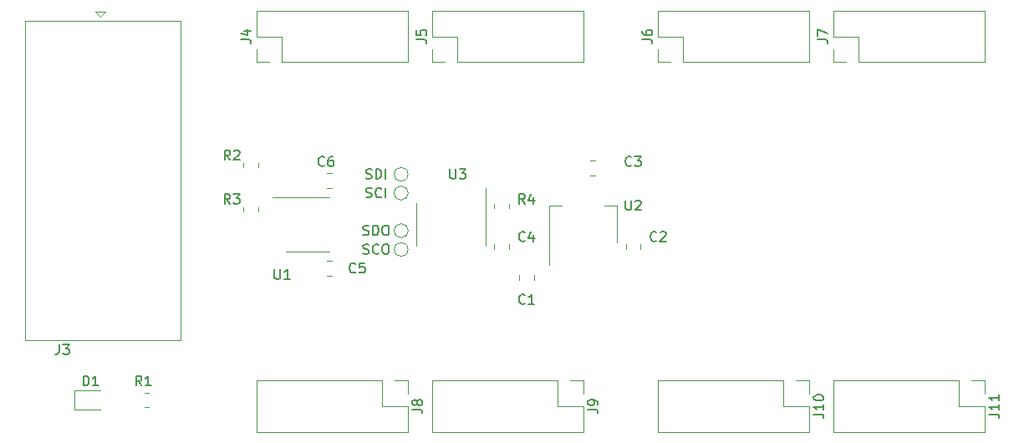
<source format=gbr>
%TF.GenerationSoftware,KiCad,Pcbnew,7.0.5*%
%TF.CreationDate,2024-01-16T20:54:18+01:00*%
%TF.ProjectId,test,74657374-2e6b-4696-9361-645f70636258,rev?*%
%TF.SameCoordinates,Original*%
%TF.FileFunction,Legend,Top*%
%TF.FilePolarity,Positive*%
%FSLAX46Y46*%
G04 Gerber Fmt 4.6, Leading zero omitted, Abs format (unit mm)*
G04 Created by KiCad (PCBNEW 7.0.5) date 2024-01-16 20:54:18*
%MOMM*%
%LPD*%
G01*
G04 APERTURE LIST*
%ADD10C,0.150000*%
%ADD11C,0.120000*%
G04 APERTURE END LIST*
D10*
%TO.C,C1*%
X143978333Y-99419580D02*
X143930714Y-99467200D01*
X143930714Y-99467200D02*
X143787857Y-99514819D01*
X143787857Y-99514819D02*
X143692619Y-99514819D01*
X143692619Y-99514819D02*
X143549762Y-99467200D01*
X143549762Y-99467200D02*
X143454524Y-99371961D01*
X143454524Y-99371961D02*
X143406905Y-99276723D01*
X143406905Y-99276723D02*
X143359286Y-99086247D01*
X143359286Y-99086247D02*
X143359286Y-98943390D01*
X143359286Y-98943390D02*
X143406905Y-98752914D01*
X143406905Y-98752914D02*
X143454524Y-98657676D01*
X143454524Y-98657676D02*
X143549762Y-98562438D01*
X143549762Y-98562438D02*
X143692619Y-98514819D01*
X143692619Y-98514819D02*
X143787857Y-98514819D01*
X143787857Y-98514819D02*
X143930714Y-98562438D01*
X143930714Y-98562438D02*
X143978333Y-98610057D01*
X144930714Y-99514819D02*
X144359286Y-99514819D01*
X144645000Y-99514819D02*
X144645000Y-98514819D01*
X144645000Y-98514819D02*
X144549762Y-98657676D01*
X144549762Y-98657676D02*
X144454524Y-98752914D01*
X144454524Y-98752914D02*
X144359286Y-98800533D01*
%TO.C,C6*%
X123658333Y-85449580D02*
X123610714Y-85497200D01*
X123610714Y-85497200D02*
X123467857Y-85544819D01*
X123467857Y-85544819D02*
X123372619Y-85544819D01*
X123372619Y-85544819D02*
X123229762Y-85497200D01*
X123229762Y-85497200D02*
X123134524Y-85401961D01*
X123134524Y-85401961D02*
X123086905Y-85306723D01*
X123086905Y-85306723D02*
X123039286Y-85116247D01*
X123039286Y-85116247D02*
X123039286Y-84973390D01*
X123039286Y-84973390D02*
X123086905Y-84782914D01*
X123086905Y-84782914D02*
X123134524Y-84687676D01*
X123134524Y-84687676D02*
X123229762Y-84592438D01*
X123229762Y-84592438D02*
X123372619Y-84544819D01*
X123372619Y-84544819D02*
X123467857Y-84544819D01*
X123467857Y-84544819D02*
X123610714Y-84592438D01*
X123610714Y-84592438D02*
X123658333Y-84640057D01*
X124515476Y-84544819D02*
X124325000Y-84544819D01*
X124325000Y-84544819D02*
X124229762Y-84592438D01*
X124229762Y-84592438D02*
X124182143Y-84640057D01*
X124182143Y-84640057D02*
X124086905Y-84782914D01*
X124086905Y-84782914D02*
X124039286Y-84973390D01*
X124039286Y-84973390D02*
X124039286Y-85354342D01*
X124039286Y-85354342D02*
X124086905Y-85449580D01*
X124086905Y-85449580D02*
X124134524Y-85497200D01*
X124134524Y-85497200D02*
X124229762Y-85544819D01*
X124229762Y-85544819D02*
X124420238Y-85544819D01*
X124420238Y-85544819D02*
X124515476Y-85497200D01*
X124515476Y-85497200D02*
X124563095Y-85449580D01*
X124563095Y-85449580D02*
X124610714Y-85354342D01*
X124610714Y-85354342D02*
X124610714Y-85116247D01*
X124610714Y-85116247D02*
X124563095Y-85021009D01*
X124563095Y-85021009D02*
X124515476Y-84973390D01*
X124515476Y-84973390D02*
X124420238Y-84925771D01*
X124420238Y-84925771D02*
X124229762Y-84925771D01*
X124229762Y-84925771D02*
X124134524Y-84973390D01*
X124134524Y-84973390D02*
X124086905Y-85021009D01*
X124086905Y-85021009D02*
X124039286Y-85116247D01*
%TO.C,J11*%
X191014819Y-110659523D02*
X191729104Y-110659523D01*
X191729104Y-110659523D02*
X191871961Y-110707142D01*
X191871961Y-110707142D02*
X191967200Y-110802380D01*
X191967200Y-110802380D02*
X192014819Y-110945237D01*
X192014819Y-110945237D02*
X192014819Y-111040475D01*
X192014819Y-109659523D02*
X192014819Y-110230951D01*
X192014819Y-109945237D02*
X191014819Y-109945237D01*
X191014819Y-109945237D02*
X191157676Y-110040475D01*
X191157676Y-110040475D02*
X191252914Y-110135713D01*
X191252914Y-110135713D02*
X191300533Y-110230951D01*
X192014819Y-108707142D02*
X192014819Y-109278570D01*
X192014819Y-108992856D02*
X191014819Y-108992856D01*
X191014819Y-108992856D02*
X191157676Y-109088094D01*
X191157676Y-109088094D02*
X191252914Y-109183332D01*
X191252914Y-109183332D02*
X191300533Y-109278570D01*
%TO.C,SCI*%
X127881191Y-88672200D02*
X128024048Y-88719819D01*
X128024048Y-88719819D02*
X128262143Y-88719819D01*
X128262143Y-88719819D02*
X128357381Y-88672200D01*
X128357381Y-88672200D02*
X128405000Y-88624580D01*
X128405000Y-88624580D02*
X128452619Y-88529342D01*
X128452619Y-88529342D02*
X128452619Y-88434104D01*
X128452619Y-88434104D02*
X128405000Y-88338866D01*
X128405000Y-88338866D02*
X128357381Y-88291247D01*
X128357381Y-88291247D02*
X128262143Y-88243628D01*
X128262143Y-88243628D02*
X128071667Y-88196009D01*
X128071667Y-88196009D02*
X127976429Y-88148390D01*
X127976429Y-88148390D02*
X127928810Y-88100771D01*
X127928810Y-88100771D02*
X127881191Y-88005533D01*
X127881191Y-88005533D02*
X127881191Y-87910295D01*
X127881191Y-87910295D02*
X127928810Y-87815057D01*
X127928810Y-87815057D02*
X127976429Y-87767438D01*
X127976429Y-87767438D02*
X128071667Y-87719819D01*
X128071667Y-87719819D02*
X128309762Y-87719819D01*
X128309762Y-87719819D02*
X128452619Y-87767438D01*
X129452619Y-88624580D02*
X129405000Y-88672200D01*
X129405000Y-88672200D02*
X129262143Y-88719819D01*
X129262143Y-88719819D02*
X129166905Y-88719819D01*
X129166905Y-88719819D02*
X129024048Y-88672200D01*
X129024048Y-88672200D02*
X128928810Y-88576961D01*
X128928810Y-88576961D02*
X128881191Y-88481723D01*
X128881191Y-88481723D02*
X128833572Y-88291247D01*
X128833572Y-88291247D02*
X128833572Y-88148390D01*
X128833572Y-88148390D02*
X128881191Y-87957914D01*
X128881191Y-87957914D02*
X128928810Y-87862676D01*
X128928810Y-87862676D02*
X129024048Y-87767438D01*
X129024048Y-87767438D02*
X129166905Y-87719819D01*
X129166905Y-87719819D02*
X129262143Y-87719819D01*
X129262143Y-87719819D02*
X129405000Y-87767438D01*
X129405000Y-87767438D02*
X129452619Y-87815057D01*
X129881191Y-88719819D02*
X129881191Y-87719819D01*
%TO.C,D1*%
X99259405Y-107769819D02*
X99259405Y-106769819D01*
X99259405Y-106769819D02*
X99497500Y-106769819D01*
X99497500Y-106769819D02*
X99640357Y-106817438D01*
X99640357Y-106817438D02*
X99735595Y-106912676D01*
X99735595Y-106912676D02*
X99783214Y-107007914D01*
X99783214Y-107007914D02*
X99830833Y-107198390D01*
X99830833Y-107198390D02*
X99830833Y-107341247D01*
X99830833Y-107341247D02*
X99783214Y-107531723D01*
X99783214Y-107531723D02*
X99735595Y-107626961D01*
X99735595Y-107626961D02*
X99640357Y-107722200D01*
X99640357Y-107722200D02*
X99497500Y-107769819D01*
X99497500Y-107769819D02*
X99259405Y-107769819D01*
X100783214Y-107769819D02*
X100211786Y-107769819D01*
X100497500Y-107769819D02*
X100497500Y-106769819D01*
X100497500Y-106769819D02*
X100402262Y-106912676D01*
X100402262Y-106912676D02*
X100307024Y-107007914D01*
X100307024Y-107007914D02*
X100211786Y-107055533D01*
%TO.C,J5*%
X133014819Y-72728333D02*
X133729104Y-72728333D01*
X133729104Y-72728333D02*
X133871961Y-72775952D01*
X133871961Y-72775952D02*
X133967200Y-72871190D01*
X133967200Y-72871190D02*
X134014819Y-73014047D01*
X134014819Y-73014047D02*
X134014819Y-73109285D01*
X133014819Y-71775952D02*
X133014819Y-72252142D01*
X133014819Y-72252142D02*
X133491009Y-72299761D01*
X133491009Y-72299761D02*
X133443390Y-72252142D01*
X133443390Y-72252142D02*
X133395771Y-72156904D01*
X133395771Y-72156904D02*
X133395771Y-71918809D01*
X133395771Y-71918809D02*
X133443390Y-71823571D01*
X133443390Y-71823571D02*
X133491009Y-71775952D01*
X133491009Y-71775952D02*
X133586247Y-71728333D01*
X133586247Y-71728333D02*
X133824342Y-71728333D01*
X133824342Y-71728333D02*
X133919580Y-71775952D01*
X133919580Y-71775952D02*
X133967200Y-71823571D01*
X133967200Y-71823571D02*
X134014819Y-71918809D01*
X134014819Y-71918809D02*
X134014819Y-72156904D01*
X134014819Y-72156904D02*
X133967200Y-72252142D01*
X133967200Y-72252142D02*
X133919580Y-72299761D01*
%TO.C,J7*%
X173654819Y-72728333D02*
X174369104Y-72728333D01*
X174369104Y-72728333D02*
X174511961Y-72775952D01*
X174511961Y-72775952D02*
X174607200Y-72871190D01*
X174607200Y-72871190D02*
X174654819Y-73014047D01*
X174654819Y-73014047D02*
X174654819Y-73109285D01*
X173654819Y-72347380D02*
X173654819Y-71680714D01*
X173654819Y-71680714D02*
X174654819Y-72109285D01*
%TO.C,J3*%
X96821666Y-103594819D02*
X96821666Y-104309104D01*
X96821666Y-104309104D02*
X96774047Y-104451961D01*
X96774047Y-104451961D02*
X96678809Y-104547200D01*
X96678809Y-104547200D02*
X96535952Y-104594819D01*
X96535952Y-104594819D02*
X96440714Y-104594819D01*
X97202619Y-103594819D02*
X97821666Y-103594819D01*
X97821666Y-103594819D02*
X97488333Y-103975771D01*
X97488333Y-103975771D02*
X97631190Y-103975771D01*
X97631190Y-103975771D02*
X97726428Y-104023390D01*
X97726428Y-104023390D02*
X97774047Y-104071009D01*
X97774047Y-104071009D02*
X97821666Y-104166247D01*
X97821666Y-104166247D02*
X97821666Y-104404342D01*
X97821666Y-104404342D02*
X97774047Y-104499580D01*
X97774047Y-104499580D02*
X97726428Y-104547200D01*
X97726428Y-104547200D02*
X97631190Y-104594819D01*
X97631190Y-104594819D02*
X97345476Y-104594819D01*
X97345476Y-104594819D02*
X97250238Y-104547200D01*
X97250238Y-104547200D02*
X97202619Y-104499580D01*
%TO.C,R2*%
X114133333Y-84909819D02*
X113800000Y-84433628D01*
X113561905Y-84909819D02*
X113561905Y-83909819D01*
X113561905Y-83909819D02*
X113942857Y-83909819D01*
X113942857Y-83909819D02*
X114038095Y-83957438D01*
X114038095Y-83957438D02*
X114085714Y-84005057D01*
X114085714Y-84005057D02*
X114133333Y-84100295D01*
X114133333Y-84100295D02*
X114133333Y-84243152D01*
X114133333Y-84243152D02*
X114085714Y-84338390D01*
X114085714Y-84338390D02*
X114038095Y-84386009D01*
X114038095Y-84386009D02*
X113942857Y-84433628D01*
X113942857Y-84433628D02*
X113561905Y-84433628D01*
X114514286Y-84005057D02*
X114561905Y-83957438D01*
X114561905Y-83957438D02*
X114657143Y-83909819D01*
X114657143Y-83909819D02*
X114895238Y-83909819D01*
X114895238Y-83909819D02*
X114990476Y-83957438D01*
X114990476Y-83957438D02*
X115038095Y-84005057D01*
X115038095Y-84005057D02*
X115085714Y-84100295D01*
X115085714Y-84100295D02*
X115085714Y-84195533D01*
X115085714Y-84195533D02*
X115038095Y-84338390D01*
X115038095Y-84338390D02*
X114466667Y-84909819D01*
X114466667Y-84909819D02*
X115085714Y-84909819D01*
%TO.C,J6*%
X155874819Y-72728333D02*
X156589104Y-72728333D01*
X156589104Y-72728333D02*
X156731961Y-72775952D01*
X156731961Y-72775952D02*
X156827200Y-72871190D01*
X156827200Y-72871190D02*
X156874819Y-73014047D01*
X156874819Y-73014047D02*
X156874819Y-73109285D01*
X155874819Y-71823571D02*
X155874819Y-72014047D01*
X155874819Y-72014047D02*
X155922438Y-72109285D01*
X155922438Y-72109285D02*
X155970057Y-72156904D01*
X155970057Y-72156904D02*
X156112914Y-72252142D01*
X156112914Y-72252142D02*
X156303390Y-72299761D01*
X156303390Y-72299761D02*
X156684342Y-72299761D01*
X156684342Y-72299761D02*
X156779580Y-72252142D01*
X156779580Y-72252142D02*
X156827200Y-72204523D01*
X156827200Y-72204523D02*
X156874819Y-72109285D01*
X156874819Y-72109285D02*
X156874819Y-71918809D01*
X156874819Y-71918809D02*
X156827200Y-71823571D01*
X156827200Y-71823571D02*
X156779580Y-71775952D01*
X156779580Y-71775952D02*
X156684342Y-71728333D01*
X156684342Y-71728333D02*
X156446247Y-71728333D01*
X156446247Y-71728333D02*
X156351009Y-71775952D01*
X156351009Y-71775952D02*
X156303390Y-71823571D01*
X156303390Y-71823571D02*
X156255771Y-71918809D01*
X156255771Y-71918809D02*
X156255771Y-72109285D01*
X156255771Y-72109285D02*
X156303390Y-72204523D01*
X156303390Y-72204523D02*
X156351009Y-72252142D01*
X156351009Y-72252142D02*
X156446247Y-72299761D01*
%TO.C,J4*%
X115234819Y-72728333D02*
X115949104Y-72728333D01*
X115949104Y-72728333D02*
X116091961Y-72775952D01*
X116091961Y-72775952D02*
X116187200Y-72871190D01*
X116187200Y-72871190D02*
X116234819Y-73014047D01*
X116234819Y-73014047D02*
X116234819Y-73109285D01*
X115568152Y-71823571D02*
X116234819Y-71823571D01*
X115187200Y-72061666D02*
X115901485Y-72299761D01*
X115901485Y-72299761D02*
X115901485Y-71680714D01*
%TO.C,C2*%
X157313333Y-93069580D02*
X157265714Y-93117200D01*
X157265714Y-93117200D02*
X157122857Y-93164819D01*
X157122857Y-93164819D02*
X157027619Y-93164819D01*
X157027619Y-93164819D02*
X156884762Y-93117200D01*
X156884762Y-93117200D02*
X156789524Y-93021961D01*
X156789524Y-93021961D02*
X156741905Y-92926723D01*
X156741905Y-92926723D02*
X156694286Y-92736247D01*
X156694286Y-92736247D02*
X156694286Y-92593390D01*
X156694286Y-92593390D02*
X156741905Y-92402914D01*
X156741905Y-92402914D02*
X156789524Y-92307676D01*
X156789524Y-92307676D02*
X156884762Y-92212438D01*
X156884762Y-92212438D02*
X157027619Y-92164819D01*
X157027619Y-92164819D02*
X157122857Y-92164819D01*
X157122857Y-92164819D02*
X157265714Y-92212438D01*
X157265714Y-92212438D02*
X157313333Y-92260057D01*
X157694286Y-92260057D02*
X157741905Y-92212438D01*
X157741905Y-92212438D02*
X157837143Y-92164819D01*
X157837143Y-92164819D02*
X158075238Y-92164819D01*
X158075238Y-92164819D02*
X158170476Y-92212438D01*
X158170476Y-92212438D02*
X158218095Y-92260057D01*
X158218095Y-92260057D02*
X158265714Y-92355295D01*
X158265714Y-92355295D02*
X158265714Y-92450533D01*
X158265714Y-92450533D02*
X158218095Y-92593390D01*
X158218095Y-92593390D02*
X157646667Y-93164819D01*
X157646667Y-93164819D02*
X158265714Y-93164819D01*
%TO.C,R3*%
X114133333Y-89354819D02*
X113800000Y-88878628D01*
X113561905Y-89354819D02*
X113561905Y-88354819D01*
X113561905Y-88354819D02*
X113942857Y-88354819D01*
X113942857Y-88354819D02*
X114038095Y-88402438D01*
X114038095Y-88402438D02*
X114085714Y-88450057D01*
X114085714Y-88450057D02*
X114133333Y-88545295D01*
X114133333Y-88545295D02*
X114133333Y-88688152D01*
X114133333Y-88688152D02*
X114085714Y-88783390D01*
X114085714Y-88783390D02*
X114038095Y-88831009D01*
X114038095Y-88831009D02*
X113942857Y-88878628D01*
X113942857Y-88878628D02*
X113561905Y-88878628D01*
X114466667Y-88354819D02*
X115085714Y-88354819D01*
X115085714Y-88354819D02*
X114752381Y-88735771D01*
X114752381Y-88735771D02*
X114895238Y-88735771D01*
X114895238Y-88735771D02*
X114990476Y-88783390D01*
X114990476Y-88783390D02*
X115038095Y-88831009D01*
X115038095Y-88831009D02*
X115085714Y-88926247D01*
X115085714Y-88926247D02*
X115085714Y-89164342D01*
X115085714Y-89164342D02*
X115038095Y-89259580D01*
X115038095Y-89259580D02*
X114990476Y-89307200D01*
X114990476Y-89307200D02*
X114895238Y-89354819D01*
X114895238Y-89354819D02*
X114609524Y-89354819D01*
X114609524Y-89354819D02*
X114514286Y-89307200D01*
X114514286Y-89307200D02*
X114466667Y-89259580D01*
%TO.C,J8*%
X132594819Y-110183333D02*
X133309104Y-110183333D01*
X133309104Y-110183333D02*
X133451961Y-110230952D01*
X133451961Y-110230952D02*
X133547200Y-110326190D01*
X133547200Y-110326190D02*
X133594819Y-110469047D01*
X133594819Y-110469047D02*
X133594819Y-110564285D01*
X133023390Y-109564285D02*
X132975771Y-109659523D01*
X132975771Y-109659523D02*
X132928152Y-109707142D01*
X132928152Y-109707142D02*
X132832914Y-109754761D01*
X132832914Y-109754761D02*
X132785295Y-109754761D01*
X132785295Y-109754761D02*
X132690057Y-109707142D01*
X132690057Y-109707142D02*
X132642438Y-109659523D01*
X132642438Y-109659523D02*
X132594819Y-109564285D01*
X132594819Y-109564285D02*
X132594819Y-109373809D01*
X132594819Y-109373809D02*
X132642438Y-109278571D01*
X132642438Y-109278571D02*
X132690057Y-109230952D01*
X132690057Y-109230952D02*
X132785295Y-109183333D01*
X132785295Y-109183333D02*
X132832914Y-109183333D01*
X132832914Y-109183333D02*
X132928152Y-109230952D01*
X132928152Y-109230952D02*
X132975771Y-109278571D01*
X132975771Y-109278571D02*
X133023390Y-109373809D01*
X133023390Y-109373809D02*
X133023390Y-109564285D01*
X133023390Y-109564285D02*
X133071009Y-109659523D01*
X133071009Y-109659523D02*
X133118628Y-109707142D01*
X133118628Y-109707142D02*
X133213866Y-109754761D01*
X133213866Y-109754761D02*
X133404342Y-109754761D01*
X133404342Y-109754761D02*
X133499580Y-109707142D01*
X133499580Y-109707142D02*
X133547200Y-109659523D01*
X133547200Y-109659523D02*
X133594819Y-109564285D01*
X133594819Y-109564285D02*
X133594819Y-109373809D01*
X133594819Y-109373809D02*
X133547200Y-109278571D01*
X133547200Y-109278571D02*
X133499580Y-109230952D01*
X133499580Y-109230952D02*
X133404342Y-109183333D01*
X133404342Y-109183333D02*
X133213866Y-109183333D01*
X133213866Y-109183333D02*
X133118628Y-109230952D01*
X133118628Y-109230952D02*
X133071009Y-109278571D01*
X133071009Y-109278571D02*
X133023390Y-109373809D01*
%TO.C,J10*%
X173234819Y-110659523D02*
X173949104Y-110659523D01*
X173949104Y-110659523D02*
X174091961Y-110707142D01*
X174091961Y-110707142D02*
X174187200Y-110802380D01*
X174187200Y-110802380D02*
X174234819Y-110945237D01*
X174234819Y-110945237D02*
X174234819Y-111040475D01*
X174234819Y-109659523D02*
X174234819Y-110230951D01*
X174234819Y-109945237D02*
X173234819Y-109945237D01*
X173234819Y-109945237D02*
X173377676Y-110040475D01*
X173377676Y-110040475D02*
X173472914Y-110135713D01*
X173472914Y-110135713D02*
X173520533Y-110230951D01*
X173234819Y-109040475D02*
X173234819Y-108945237D01*
X173234819Y-108945237D02*
X173282438Y-108849999D01*
X173282438Y-108849999D02*
X173330057Y-108802380D01*
X173330057Y-108802380D02*
X173425295Y-108754761D01*
X173425295Y-108754761D02*
X173615771Y-108707142D01*
X173615771Y-108707142D02*
X173853866Y-108707142D01*
X173853866Y-108707142D02*
X174044342Y-108754761D01*
X174044342Y-108754761D02*
X174139580Y-108802380D01*
X174139580Y-108802380D02*
X174187200Y-108849999D01*
X174187200Y-108849999D02*
X174234819Y-108945237D01*
X174234819Y-108945237D02*
X174234819Y-109040475D01*
X174234819Y-109040475D02*
X174187200Y-109135713D01*
X174187200Y-109135713D02*
X174139580Y-109183332D01*
X174139580Y-109183332D02*
X174044342Y-109230951D01*
X174044342Y-109230951D02*
X173853866Y-109278570D01*
X173853866Y-109278570D02*
X173615771Y-109278570D01*
X173615771Y-109278570D02*
X173425295Y-109230951D01*
X173425295Y-109230951D02*
X173330057Y-109183332D01*
X173330057Y-109183332D02*
X173282438Y-109135713D01*
X173282438Y-109135713D02*
X173234819Y-109040475D01*
%TO.C,C3*%
X154773333Y-85449580D02*
X154725714Y-85497200D01*
X154725714Y-85497200D02*
X154582857Y-85544819D01*
X154582857Y-85544819D02*
X154487619Y-85544819D01*
X154487619Y-85544819D02*
X154344762Y-85497200D01*
X154344762Y-85497200D02*
X154249524Y-85401961D01*
X154249524Y-85401961D02*
X154201905Y-85306723D01*
X154201905Y-85306723D02*
X154154286Y-85116247D01*
X154154286Y-85116247D02*
X154154286Y-84973390D01*
X154154286Y-84973390D02*
X154201905Y-84782914D01*
X154201905Y-84782914D02*
X154249524Y-84687676D01*
X154249524Y-84687676D02*
X154344762Y-84592438D01*
X154344762Y-84592438D02*
X154487619Y-84544819D01*
X154487619Y-84544819D02*
X154582857Y-84544819D01*
X154582857Y-84544819D02*
X154725714Y-84592438D01*
X154725714Y-84592438D02*
X154773333Y-84640057D01*
X155106667Y-84544819D02*
X155725714Y-84544819D01*
X155725714Y-84544819D02*
X155392381Y-84925771D01*
X155392381Y-84925771D02*
X155535238Y-84925771D01*
X155535238Y-84925771D02*
X155630476Y-84973390D01*
X155630476Y-84973390D02*
X155678095Y-85021009D01*
X155678095Y-85021009D02*
X155725714Y-85116247D01*
X155725714Y-85116247D02*
X155725714Y-85354342D01*
X155725714Y-85354342D02*
X155678095Y-85449580D01*
X155678095Y-85449580D02*
X155630476Y-85497200D01*
X155630476Y-85497200D02*
X155535238Y-85544819D01*
X155535238Y-85544819D02*
X155249524Y-85544819D01*
X155249524Y-85544819D02*
X155154286Y-85497200D01*
X155154286Y-85497200D02*
X155106667Y-85449580D01*
%TO.C,R4*%
X143978333Y-89354819D02*
X143645000Y-88878628D01*
X143406905Y-89354819D02*
X143406905Y-88354819D01*
X143406905Y-88354819D02*
X143787857Y-88354819D01*
X143787857Y-88354819D02*
X143883095Y-88402438D01*
X143883095Y-88402438D02*
X143930714Y-88450057D01*
X143930714Y-88450057D02*
X143978333Y-88545295D01*
X143978333Y-88545295D02*
X143978333Y-88688152D01*
X143978333Y-88688152D02*
X143930714Y-88783390D01*
X143930714Y-88783390D02*
X143883095Y-88831009D01*
X143883095Y-88831009D02*
X143787857Y-88878628D01*
X143787857Y-88878628D02*
X143406905Y-88878628D01*
X144835476Y-88688152D02*
X144835476Y-89354819D01*
X144597381Y-88307200D02*
X144359286Y-89021485D01*
X144359286Y-89021485D02*
X144978333Y-89021485D01*
%TO.C,SDI*%
X127881191Y-86767200D02*
X128024048Y-86814819D01*
X128024048Y-86814819D02*
X128262143Y-86814819D01*
X128262143Y-86814819D02*
X128357381Y-86767200D01*
X128357381Y-86767200D02*
X128405000Y-86719580D01*
X128405000Y-86719580D02*
X128452619Y-86624342D01*
X128452619Y-86624342D02*
X128452619Y-86529104D01*
X128452619Y-86529104D02*
X128405000Y-86433866D01*
X128405000Y-86433866D02*
X128357381Y-86386247D01*
X128357381Y-86386247D02*
X128262143Y-86338628D01*
X128262143Y-86338628D02*
X128071667Y-86291009D01*
X128071667Y-86291009D02*
X127976429Y-86243390D01*
X127976429Y-86243390D02*
X127928810Y-86195771D01*
X127928810Y-86195771D02*
X127881191Y-86100533D01*
X127881191Y-86100533D02*
X127881191Y-86005295D01*
X127881191Y-86005295D02*
X127928810Y-85910057D01*
X127928810Y-85910057D02*
X127976429Y-85862438D01*
X127976429Y-85862438D02*
X128071667Y-85814819D01*
X128071667Y-85814819D02*
X128309762Y-85814819D01*
X128309762Y-85814819D02*
X128452619Y-85862438D01*
X128881191Y-86814819D02*
X128881191Y-85814819D01*
X128881191Y-85814819D02*
X129119286Y-85814819D01*
X129119286Y-85814819D02*
X129262143Y-85862438D01*
X129262143Y-85862438D02*
X129357381Y-85957676D01*
X129357381Y-85957676D02*
X129405000Y-86052914D01*
X129405000Y-86052914D02*
X129452619Y-86243390D01*
X129452619Y-86243390D02*
X129452619Y-86386247D01*
X129452619Y-86386247D02*
X129405000Y-86576723D01*
X129405000Y-86576723D02*
X129357381Y-86671961D01*
X129357381Y-86671961D02*
X129262143Y-86767200D01*
X129262143Y-86767200D02*
X129119286Y-86814819D01*
X129119286Y-86814819D02*
X128881191Y-86814819D01*
X129881191Y-86814819D02*
X129881191Y-85814819D01*
%TO.C,U3*%
X136398095Y-85814819D02*
X136398095Y-86624342D01*
X136398095Y-86624342D02*
X136445714Y-86719580D01*
X136445714Y-86719580D02*
X136493333Y-86767200D01*
X136493333Y-86767200D02*
X136588571Y-86814819D01*
X136588571Y-86814819D02*
X136779047Y-86814819D01*
X136779047Y-86814819D02*
X136874285Y-86767200D01*
X136874285Y-86767200D02*
X136921904Y-86719580D01*
X136921904Y-86719580D02*
X136969523Y-86624342D01*
X136969523Y-86624342D02*
X136969523Y-85814819D01*
X137350476Y-85814819D02*
X137969523Y-85814819D01*
X137969523Y-85814819D02*
X137636190Y-86195771D01*
X137636190Y-86195771D02*
X137779047Y-86195771D01*
X137779047Y-86195771D02*
X137874285Y-86243390D01*
X137874285Y-86243390D02*
X137921904Y-86291009D01*
X137921904Y-86291009D02*
X137969523Y-86386247D01*
X137969523Y-86386247D02*
X137969523Y-86624342D01*
X137969523Y-86624342D02*
X137921904Y-86719580D01*
X137921904Y-86719580D02*
X137874285Y-86767200D01*
X137874285Y-86767200D02*
X137779047Y-86814819D01*
X137779047Y-86814819D02*
X137493333Y-86814819D01*
X137493333Y-86814819D02*
X137398095Y-86767200D01*
X137398095Y-86767200D02*
X137350476Y-86719580D01*
%TO.C,C4*%
X143978333Y-93069580D02*
X143930714Y-93117200D01*
X143930714Y-93117200D02*
X143787857Y-93164819D01*
X143787857Y-93164819D02*
X143692619Y-93164819D01*
X143692619Y-93164819D02*
X143549762Y-93117200D01*
X143549762Y-93117200D02*
X143454524Y-93021961D01*
X143454524Y-93021961D02*
X143406905Y-92926723D01*
X143406905Y-92926723D02*
X143359286Y-92736247D01*
X143359286Y-92736247D02*
X143359286Y-92593390D01*
X143359286Y-92593390D02*
X143406905Y-92402914D01*
X143406905Y-92402914D02*
X143454524Y-92307676D01*
X143454524Y-92307676D02*
X143549762Y-92212438D01*
X143549762Y-92212438D02*
X143692619Y-92164819D01*
X143692619Y-92164819D02*
X143787857Y-92164819D01*
X143787857Y-92164819D02*
X143930714Y-92212438D01*
X143930714Y-92212438D02*
X143978333Y-92260057D01*
X144835476Y-92498152D02*
X144835476Y-93164819D01*
X144597381Y-92117200D02*
X144359286Y-92831485D01*
X144359286Y-92831485D02*
X144978333Y-92831485D01*
%TO.C,SCO*%
X127595476Y-94387200D02*
X127738333Y-94434819D01*
X127738333Y-94434819D02*
X127976428Y-94434819D01*
X127976428Y-94434819D02*
X128071666Y-94387200D01*
X128071666Y-94387200D02*
X128119285Y-94339580D01*
X128119285Y-94339580D02*
X128166904Y-94244342D01*
X128166904Y-94244342D02*
X128166904Y-94149104D01*
X128166904Y-94149104D02*
X128119285Y-94053866D01*
X128119285Y-94053866D02*
X128071666Y-94006247D01*
X128071666Y-94006247D02*
X127976428Y-93958628D01*
X127976428Y-93958628D02*
X127785952Y-93911009D01*
X127785952Y-93911009D02*
X127690714Y-93863390D01*
X127690714Y-93863390D02*
X127643095Y-93815771D01*
X127643095Y-93815771D02*
X127595476Y-93720533D01*
X127595476Y-93720533D02*
X127595476Y-93625295D01*
X127595476Y-93625295D02*
X127643095Y-93530057D01*
X127643095Y-93530057D02*
X127690714Y-93482438D01*
X127690714Y-93482438D02*
X127785952Y-93434819D01*
X127785952Y-93434819D02*
X128024047Y-93434819D01*
X128024047Y-93434819D02*
X128166904Y-93482438D01*
X129166904Y-94339580D02*
X129119285Y-94387200D01*
X129119285Y-94387200D02*
X128976428Y-94434819D01*
X128976428Y-94434819D02*
X128881190Y-94434819D01*
X128881190Y-94434819D02*
X128738333Y-94387200D01*
X128738333Y-94387200D02*
X128643095Y-94291961D01*
X128643095Y-94291961D02*
X128595476Y-94196723D01*
X128595476Y-94196723D02*
X128547857Y-94006247D01*
X128547857Y-94006247D02*
X128547857Y-93863390D01*
X128547857Y-93863390D02*
X128595476Y-93672914D01*
X128595476Y-93672914D02*
X128643095Y-93577676D01*
X128643095Y-93577676D02*
X128738333Y-93482438D01*
X128738333Y-93482438D02*
X128881190Y-93434819D01*
X128881190Y-93434819D02*
X128976428Y-93434819D01*
X128976428Y-93434819D02*
X129119285Y-93482438D01*
X129119285Y-93482438D02*
X129166904Y-93530057D01*
X129785952Y-93434819D02*
X129976428Y-93434819D01*
X129976428Y-93434819D02*
X130071666Y-93482438D01*
X130071666Y-93482438D02*
X130166904Y-93577676D01*
X130166904Y-93577676D02*
X130214523Y-93768152D01*
X130214523Y-93768152D02*
X130214523Y-94101485D01*
X130214523Y-94101485D02*
X130166904Y-94291961D01*
X130166904Y-94291961D02*
X130071666Y-94387200D01*
X130071666Y-94387200D02*
X129976428Y-94434819D01*
X129976428Y-94434819D02*
X129785952Y-94434819D01*
X129785952Y-94434819D02*
X129690714Y-94387200D01*
X129690714Y-94387200D02*
X129595476Y-94291961D01*
X129595476Y-94291961D02*
X129547857Y-94101485D01*
X129547857Y-94101485D02*
X129547857Y-93768152D01*
X129547857Y-93768152D02*
X129595476Y-93577676D01*
X129595476Y-93577676D02*
X129690714Y-93482438D01*
X129690714Y-93482438D02*
X129785952Y-93434819D01*
%TO.C,SDO*%
X127595476Y-92482200D02*
X127738333Y-92529819D01*
X127738333Y-92529819D02*
X127976428Y-92529819D01*
X127976428Y-92529819D02*
X128071666Y-92482200D01*
X128071666Y-92482200D02*
X128119285Y-92434580D01*
X128119285Y-92434580D02*
X128166904Y-92339342D01*
X128166904Y-92339342D02*
X128166904Y-92244104D01*
X128166904Y-92244104D02*
X128119285Y-92148866D01*
X128119285Y-92148866D02*
X128071666Y-92101247D01*
X128071666Y-92101247D02*
X127976428Y-92053628D01*
X127976428Y-92053628D02*
X127785952Y-92006009D01*
X127785952Y-92006009D02*
X127690714Y-91958390D01*
X127690714Y-91958390D02*
X127643095Y-91910771D01*
X127643095Y-91910771D02*
X127595476Y-91815533D01*
X127595476Y-91815533D02*
X127595476Y-91720295D01*
X127595476Y-91720295D02*
X127643095Y-91625057D01*
X127643095Y-91625057D02*
X127690714Y-91577438D01*
X127690714Y-91577438D02*
X127785952Y-91529819D01*
X127785952Y-91529819D02*
X128024047Y-91529819D01*
X128024047Y-91529819D02*
X128166904Y-91577438D01*
X128595476Y-92529819D02*
X128595476Y-91529819D01*
X128595476Y-91529819D02*
X128833571Y-91529819D01*
X128833571Y-91529819D02*
X128976428Y-91577438D01*
X128976428Y-91577438D02*
X129071666Y-91672676D01*
X129071666Y-91672676D02*
X129119285Y-91767914D01*
X129119285Y-91767914D02*
X129166904Y-91958390D01*
X129166904Y-91958390D02*
X129166904Y-92101247D01*
X129166904Y-92101247D02*
X129119285Y-92291723D01*
X129119285Y-92291723D02*
X129071666Y-92386961D01*
X129071666Y-92386961D02*
X128976428Y-92482200D01*
X128976428Y-92482200D02*
X128833571Y-92529819D01*
X128833571Y-92529819D02*
X128595476Y-92529819D01*
X129785952Y-91529819D02*
X129976428Y-91529819D01*
X129976428Y-91529819D02*
X130071666Y-91577438D01*
X130071666Y-91577438D02*
X130166904Y-91672676D01*
X130166904Y-91672676D02*
X130214523Y-91863152D01*
X130214523Y-91863152D02*
X130214523Y-92196485D01*
X130214523Y-92196485D02*
X130166904Y-92386961D01*
X130166904Y-92386961D02*
X130071666Y-92482200D01*
X130071666Y-92482200D02*
X129976428Y-92529819D01*
X129976428Y-92529819D02*
X129785952Y-92529819D01*
X129785952Y-92529819D02*
X129690714Y-92482200D01*
X129690714Y-92482200D02*
X129595476Y-92386961D01*
X129595476Y-92386961D02*
X129547857Y-92196485D01*
X129547857Y-92196485D02*
X129547857Y-91863152D01*
X129547857Y-91863152D02*
X129595476Y-91672676D01*
X129595476Y-91672676D02*
X129690714Y-91577438D01*
X129690714Y-91577438D02*
X129785952Y-91529819D01*
%TO.C,C5*%
X126833333Y-96244580D02*
X126785714Y-96292200D01*
X126785714Y-96292200D02*
X126642857Y-96339819D01*
X126642857Y-96339819D02*
X126547619Y-96339819D01*
X126547619Y-96339819D02*
X126404762Y-96292200D01*
X126404762Y-96292200D02*
X126309524Y-96196961D01*
X126309524Y-96196961D02*
X126261905Y-96101723D01*
X126261905Y-96101723D02*
X126214286Y-95911247D01*
X126214286Y-95911247D02*
X126214286Y-95768390D01*
X126214286Y-95768390D02*
X126261905Y-95577914D01*
X126261905Y-95577914D02*
X126309524Y-95482676D01*
X126309524Y-95482676D02*
X126404762Y-95387438D01*
X126404762Y-95387438D02*
X126547619Y-95339819D01*
X126547619Y-95339819D02*
X126642857Y-95339819D01*
X126642857Y-95339819D02*
X126785714Y-95387438D01*
X126785714Y-95387438D02*
X126833333Y-95435057D01*
X127738095Y-95339819D02*
X127261905Y-95339819D01*
X127261905Y-95339819D02*
X127214286Y-95816009D01*
X127214286Y-95816009D02*
X127261905Y-95768390D01*
X127261905Y-95768390D02*
X127357143Y-95720771D01*
X127357143Y-95720771D02*
X127595238Y-95720771D01*
X127595238Y-95720771D02*
X127690476Y-95768390D01*
X127690476Y-95768390D02*
X127738095Y-95816009D01*
X127738095Y-95816009D02*
X127785714Y-95911247D01*
X127785714Y-95911247D02*
X127785714Y-96149342D01*
X127785714Y-96149342D02*
X127738095Y-96244580D01*
X127738095Y-96244580D02*
X127690476Y-96292200D01*
X127690476Y-96292200D02*
X127595238Y-96339819D01*
X127595238Y-96339819D02*
X127357143Y-96339819D01*
X127357143Y-96339819D02*
X127261905Y-96292200D01*
X127261905Y-96292200D02*
X127214286Y-96244580D01*
%TO.C,J9*%
X150374819Y-110183333D02*
X151089104Y-110183333D01*
X151089104Y-110183333D02*
X151231961Y-110230952D01*
X151231961Y-110230952D02*
X151327200Y-110326190D01*
X151327200Y-110326190D02*
X151374819Y-110469047D01*
X151374819Y-110469047D02*
X151374819Y-110564285D01*
X151374819Y-109659523D02*
X151374819Y-109469047D01*
X151374819Y-109469047D02*
X151327200Y-109373809D01*
X151327200Y-109373809D02*
X151279580Y-109326190D01*
X151279580Y-109326190D02*
X151136723Y-109230952D01*
X151136723Y-109230952D02*
X150946247Y-109183333D01*
X150946247Y-109183333D02*
X150565295Y-109183333D01*
X150565295Y-109183333D02*
X150470057Y-109230952D01*
X150470057Y-109230952D02*
X150422438Y-109278571D01*
X150422438Y-109278571D02*
X150374819Y-109373809D01*
X150374819Y-109373809D02*
X150374819Y-109564285D01*
X150374819Y-109564285D02*
X150422438Y-109659523D01*
X150422438Y-109659523D02*
X150470057Y-109707142D01*
X150470057Y-109707142D02*
X150565295Y-109754761D01*
X150565295Y-109754761D02*
X150803390Y-109754761D01*
X150803390Y-109754761D02*
X150898628Y-109707142D01*
X150898628Y-109707142D02*
X150946247Y-109659523D01*
X150946247Y-109659523D02*
X150993866Y-109564285D01*
X150993866Y-109564285D02*
X150993866Y-109373809D01*
X150993866Y-109373809D02*
X150946247Y-109278571D01*
X150946247Y-109278571D02*
X150898628Y-109230952D01*
X150898628Y-109230952D02*
X150803390Y-109183333D01*
%TO.C,U1*%
X118618095Y-95974819D02*
X118618095Y-96784342D01*
X118618095Y-96784342D02*
X118665714Y-96879580D01*
X118665714Y-96879580D02*
X118713333Y-96927200D01*
X118713333Y-96927200D02*
X118808571Y-96974819D01*
X118808571Y-96974819D02*
X118999047Y-96974819D01*
X118999047Y-96974819D02*
X119094285Y-96927200D01*
X119094285Y-96927200D02*
X119141904Y-96879580D01*
X119141904Y-96879580D02*
X119189523Y-96784342D01*
X119189523Y-96784342D02*
X119189523Y-95974819D01*
X120189523Y-96974819D02*
X119618095Y-96974819D01*
X119903809Y-96974819D02*
X119903809Y-95974819D01*
X119903809Y-95974819D02*
X119808571Y-96117676D01*
X119808571Y-96117676D02*
X119713333Y-96212914D01*
X119713333Y-96212914D02*
X119618095Y-96260533D01*
%TO.C,U2*%
X154178095Y-88989819D02*
X154178095Y-89799342D01*
X154178095Y-89799342D02*
X154225714Y-89894580D01*
X154225714Y-89894580D02*
X154273333Y-89942200D01*
X154273333Y-89942200D02*
X154368571Y-89989819D01*
X154368571Y-89989819D02*
X154559047Y-89989819D01*
X154559047Y-89989819D02*
X154654285Y-89942200D01*
X154654285Y-89942200D02*
X154701904Y-89894580D01*
X154701904Y-89894580D02*
X154749523Y-89799342D01*
X154749523Y-89799342D02*
X154749523Y-88989819D01*
X155178095Y-89085057D02*
X155225714Y-89037438D01*
X155225714Y-89037438D02*
X155320952Y-88989819D01*
X155320952Y-88989819D02*
X155559047Y-88989819D01*
X155559047Y-88989819D02*
X155654285Y-89037438D01*
X155654285Y-89037438D02*
X155701904Y-89085057D01*
X155701904Y-89085057D02*
X155749523Y-89180295D01*
X155749523Y-89180295D02*
X155749523Y-89275533D01*
X155749523Y-89275533D02*
X155701904Y-89418390D01*
X155701904Y-89418390D02*
X155130476Y-89989819D01*
X155130476Y-89989819D02*
X155749523Y-89989819D01*
%TO.C,R1*%
X105163333Y-107769819D02*
X104830000Y-107293628D01*
X104591905Y-107769819D02*
X104591905Y-106769819D01*
X104591905Y-106769819D02*
X104972857Y-106769819D01*
X104972857Y-106769819D02*
X105068095Y-106817438D01*
X105068095Y-106817438D02*
X105115714Y-106865057D01*
X105115714Y-106865057D02*
X105163333Y-106960295D01*
X105163333Y-106960295D02*
X105163333Y-107103152D01*
X105163333Y-107103152D02*
X105115714Y-107198390D01*
X105115714Y-107198390D02*
X105068095Y-107246009D01*
X105068095Y-107246009D02*
X104972857Y-107293628D01*
X104972857Y-107293628D02*
X104591905Y-107293628D01*
X106115714Y-107769819D02*
X105544286Y-107769819D01*
X105830000Y-107769819D02*
X105830000Y-106769819D01*
X105830000Y-106769819D02*
X105734762Y-106912676D01*
X105734762Y-106912676D02*
X105639524Y-107007914D01*
X105639524Y-107007914D02*
X105544286Y-107055533D01*
D11*
%TO.C,C1*%
X143410000Y-97101252D02*
X143410000Y-96578748D01*
X144880000Y-97101252D02*
X144880000Y-96578748D01*
%TO.C,C6*%
X124406252Y-87730000D02*
X123883748Y-87730000D01*
X124406252Y-86260000D02*
X123883748Y-86260000D01*
%TO.C,J11*%
X190560000Y-112450000D02*
X175200000Y-112450000D01*
X187960000Y-109850000D02*
X190560000Y-109850000D01*
X190560000Y-109850000D02*
X190560000Y-112450000D01*
X175200000Y-107250000D02*
X175200000Y-112450000D01*
X187960000Y-107250000D02*
X187960000Y-109850000D01*
X187960000Y-107250000D02*
X175200000Y-107250000D01*
X189230000Y-107250000D02*
X190560000Y-107250000D01*
X190560000Y-107250000D02*
X190560000Y-108580000D01*
%TO.C,SCI*%
X132145000Y-88265000D02*
G75*
G03*
X132145000Y-88265000I-700000J0D01*
G01*
%TO.C,D1*%
X98312500Y-108260000D02*
X98312500Y-110180000D01*
X98312500Y-110180000D02*
X100997500Y-110180000D01*
X100997500Y-108260000D02*
X98312500Y-108260000D01*
%TO.C,J5*%
X134560000Y-74995000D02*
X134560000Y-73665000D01*
X135890000Y-74995000D02*
X134560000Y-74995000D01*
X137160000Y-74995000D02*
X149920000Y-74995000D01*
X137160000Y-74995000D02*
X137160000Y-72395000D01*
X149920000Y-74995000D02*
X149920000Y-69795000D01*
X134560000Y-72395000D02*
X134560000Y-69795000D01*
X137160000Y-72395000D02*
X134560000Y-72395000D01*
X134560000Y-69795000D02*
X149920000Y-69795000D01*
%TO.C,J7*%
X175200000Y-74995000D02*
X175200000Y-73665000D01*
X176530000Y-74995000D02*
X175200000Y-74995000D01*
X177800000Y-74995000D02*
X190560000Y-74995000D01*
X177800000Y-74995000D02*
X177800000Y-72395000D01*
X190560000Y-74995000D02*
X190560000Y-69795000D01*
X175200000Y-72395000D02*
X175200000Y-69795000D01*
X177800000Y-72395000D02*
X175200000Y-72395000D01*
X175200000Y-69795000D02*
X190560000Y-69795000D01*
%TO.C,J3*%
X101473000Y-69854000D02*
X100457000Y-69854000D01*
X100457000Y-69854000D02*
X100965000Y-70362000D01*
X100965000Y-70362000D02*
X101473000Y-69854000D01*
X93345000Y-70865000D02*
X109095000Y-70865000D01*
X109095000Y-103125000D02*
X109095000Y-70865000D01*
X93345000Y-103125000D02*
X93345000Y-70865000D01*
X93345000Y-103125000D02*
X109095000Y-103125000D01*
%TO.C,R2*%
X116940000Y-85220436D02*
X116940000Y-85674564D01*
X115470000Y-85220436D02*
X115470000Y-85674564D01*
%TO.C,J6*%
X157420000Y-74995000D02*
X157420000Y-73665000D01*
X158750000Y-74995000D02*
X157420000Y-74995000D01*
X160020000Y-74995000D02*
X172780000Y-74995000D01*
X160020000Y-74995000D02*
X160020000Y-72395000D01*
X172780000Y-74995000D02*
X172780000Y-69795000D01*
X157420000Y-72395000D02*
X157420000Y-69795000D01*
X160020000Y-72395000D02*
X157420000Y-72395000D01*
X157420000Y-69795000D02*
X172780000Y-69795000D01*
%TO.C,J4*%
X116780000Y-69795000D02*
X132140000Y-69795000D01*
X119380000Y-72395000D02*
X116780000Y-72395000D01*
X116780000Y-72395000D02*
X116780000Y-69795000D01*
X132140000Y-74995000D02*
X132140000Y-69795000D01*
X119380000Y-74995000D02*
X119380000Y-72395000D01*
X119380000Y-74995000D02*
X132140000Y-74995000D01*
X118110000Y-74995000D02*
X116780000Y-74995000D01*
X116780000Y-74995000D02*
X116780000Y-73665000D01*
%TO.C,C2*%
X154205000Y-93926252D02*
X154205000Y-93403748D01*
X155675000Y-93926252D02*
X155675000Y-93403748D01*
%TO.C,R3*%
X115470000Y-90119564D02*
X115470000Y-89665436D01*
X116940000Y-90119564D02*
X116940000Y-89665436D01*
%TO.C,J8*%
X132140000Y-107250000D02*
X132140000Y-108580000D01*
X130810000Y-107250000D02*
X132140000Y-107250000D01*
X129540000Y-107250000D02*
X116780000Y-107250000D01*
X129540000Y-107250000D02*
X129540000Y-109850000D01*
X116780000Y-107250000D02*
X116780000Y-112450000D01*
X132140000Y-109850000D02*
X132140000Y-112450000D01*
X129540000Y-109850000D02*
X132140000Y-109850000D01*
X132140000Y-112450000D02*
X116780000Y-112450000D01*
%TO.C,J10*%
X172780000Y-107250000D02*
X172780000Y-108580000D01*
X171450000Y-107250000D02*
X172780000Y-107250000D01*
X170180000Y-107250000D02*
X157420000Y-107250000D01*
X170180000Y-107250000D02*
X170180000Y-109850000D01*
X157420000Y-107250000D02*
X157420000Y-112450000D01*
X172780000Y-109850000D02*
X172780000Y-112450000D01*
X170180000Y-109850000D02*
X172780000Y-109850000D01*
X172780000Y-112450000D02*
X157420000Y-112450000D01*
%TO.C,C3*%
X150553748Y-84990000D02*
X151076252Y-84990000D01*
X150553748Y-86460000D02*
X151076252Y-86460000D01*
%TO.C,R4*%
X142340000Y-89337936D02*
X142340000Y-89792064D01*
X140870000Y-89337936D02*
X140870000Y-89792064D01*
%TO.C,SDI*%
X132145000Y-86360000D02*
G75*
G03*
X132145000Y-86360000I-700000J0D01*
G01*
%TO.C,U3*%
X140035000Y-91440000D02*
X140035000Y-87790000D01*
X140035000Y-91440000D02*
X140035000Y-93640000D01*
X133015000Y-91440000D02*
X133015000Y-89240000D01*
X133015000Y-91440000D02*
X133015000Y-93640000D01*
%TO.C,C4*%
X140870000Y-93951252D02*
X140870000Y-93428748D01*
X142340000Y-93951252D02*
X142340000Y-93428748D01*
%TO.C,SCO*%
X132145000Y-93980000D02*
G75*
G03*
X132145000Y-93980000I-700000J0D01*
G01*
%TO.C,SDO*%
X132145000Y-92075000D02*
G75*
G03*
X132145000Y-92075000I-700000J0D01*
G01*
%TO.C,C5*%
X123883748Y-95150000D02*
X124406252Y-95150000D01*
X123883748Y-96620000D02*
X124406252Y-96620000D01*
%TO.C,J9*%
X149920000Y-107250000D02*
X149920000Y-108580000D01*
X148590000Y-107250000D02*
X149920000Y-107250000D01*
X147320000Y-107250000D02*
X134560000Y-107250000D01*
X147320000Y-107250000D02*
X147320000Y-109850000D01*
X134560000Y-107250000D02*
X134560000Y-112450000D01*
X149920000Y-109850000D02*
X149920000Y-112450000D01*
X147320000Y-109850000D02*
X149920000Y-109850000D01*
X149920000Y-112450000D02*
X134560000Y-112450000D01*
%TO.C,U1*%
X121995000Y-88705000D02*
X118395000Y-88705000D01*
X121995000Y-88705000D02*
X124195000Y-88705000D01*
X121995000Y-94175000D02*
X119795000Y-94175000D01*
X121995000Y-94175000D02*
X124195000Y-94175000D01*
%TO.C,U2*%
X146450000Y-95515000D02*
X146450000Y-89505000D01*
X153270000Y-93265000D02*
X153270000Y-89505000D01*
X146450000Y-89505000D02*
X147710000Y-89505000D01*
X153270000Y-89505000D02*
X152010000Y-89505000D01*
%TO.C,R1*%
X105914564Y-109955000D02*
X105460436Y-109955000D01*
X105914564Y-108485000D02*
X105460436Y-108485000D01*
%TD*%
M02*

</source>
